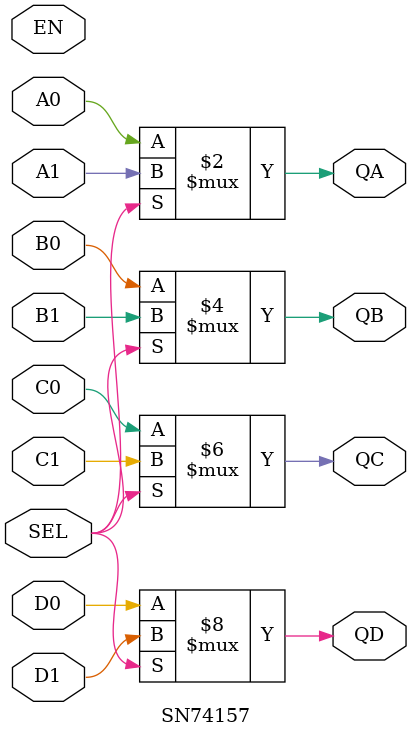
<source format=v>
`timescale 1ns / 1ps
module SN74157(A1,A0,B1,B0,C1,C0,D1,D0,EN,SEL,QA,QB,QC,QD);
	input A1, A0, B1, B0, C1, C0, D1, D0;
	input EN, SEL;
	output QA, QB, QC, QD;
	assign QA = SEL == 1'b1 ? A1 : A0;
	assign QB = SEL == 1'b1 ? B1 : B0;
	assign QC = SEL == 1'b1 ? C1 : C0;
	assign QD = SEL == 1'b1 ? D1 : D0;
endmodule

</source>
